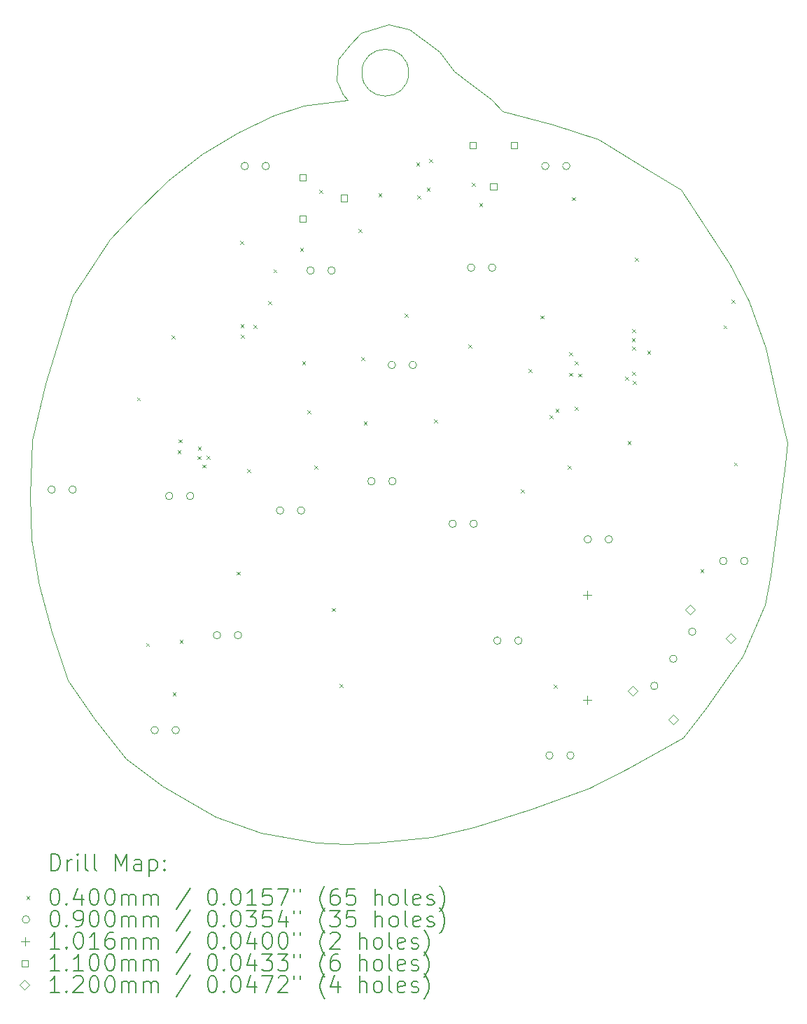
<source format=gbr>
%TF.GenerationSoftware,KiCad,Pcbnew,6.0.8*%
%TF.CreationDate,2022-10-09T16:34:12-07:00*%
%TF.ProjectId,dcpunks31,64637075-6e6b-4733-9331-2e6b69636164,rev?*%
%TF.SameCoordinates,Original*%
%TF.FileFunction,Drillmap*%
%TF.FilePolarity,Positive*%
%FSLAX45Y45*%
G04 Gerber Fmt 4.5, Leading zero omitted, Abs format (unit mm)*
G04 Created by KiCad (PCBNEW 6.0.8) date 2022-10-09 16:34:12*
%MOMM*%
%LPD*%
G01*
G04 APERTURE LIST*
%ADD10C,0.100000*%
%ADD11C,0.200000*%
%ADD12C,0.040000*%
%ADD13C,0.090000*%
%ADD14C,0.101600*%
%ADD15C,0.110000*%
%ADD16C,0.120000*%
G04 APERTURE END LIST*
D10*
X14655000Y-4846000D02*
X14592000Y-4798000D01*
X10963000Y-6800000D02*
X10673000Y-7119000D01*
X13885000Y-14411000D02*
X14562000Y-14351000D01*
X14592000Y-4798000D02*
X14295000Y-4575000D01*
X9812000Y-11296000D02*
X9965000Y-11869000D01*
X15287000Y-5419000D02*
X15012000Y-5221000D01*
X15762000Y-14012000D02*
X16470000Y-13752000D01*
X16028000Y-5724000D02*
X15420000Y-5569000D01*
X12651000Y-5621000D02*
X12223000Y-5821000D01*
X9965000Y-11869000D02*
X10162000Y-12451000D01*
X11375000Y-6407000D02*
X10963000Y-6800000D01*
X13018000Y-5501000D02*
X12651000Y-5621000D01*
X14562000Y-14351000D02*
X15075000Y-14228000D01*
X18836000Y-9836000D02*
X18862000Y-9584000D01*
X14042000Y-4519000D02*
X13707000Y-4616000D01*
X17600000Y-13142000D02*
X17784000Y-12917000D01*
X10218000Y-7792000D02*
X10126000Y-8092000D01*
X14834000Y-5085000D02*
X14655000Y-4846000D01*
X10343000Y-7609000D02*
X10218000Y-7792000D01*
X13415000Y-5196000D02*
X13484000Y-5365000D01*
X18605000Y-8427000D02*
X18401000Y-7860000D01*
X10162000Y-12451000D02*
X10480000Y-12919000D01*
X15012000Y-5221000D02*
X14834000Y-5085000D01*
X9703000Y-10216000D02*
X9718000Y-10752000D01*
X10126000Y-8092000D02*
X9892000Y-8859000D01*
X12498000Y-14299000D02*
X13170000Y-14413000D01*
X9733000Y-9546000D02*
X9703000Y-10216000D01*
X14295000Y-4575000D02*
X14042000Y-4519000D01*
X18401000Y-7860000D02*
X18173000Y-7420000D01*
X16576000Y-5906000D02*
X16028000Y-5724000D01*
X15075000Y-14228000D02*
X15762000Y-14012000D01*
X17890000Y-12775000D02*
X18184000Y-12345000D01*
X13432000Y-4938000D02*
X13415000Y-5196000D01*
X18665000Y-11184000D02*
X18836000Y-9836000D01*
X13576000Y-4762000D02*
X13432000Y-4938000D01*
X9892000Y-8859000D02*
X9733000Y-9546000D01*
X17578000Y-6518000D02*
X17196000Y-6291000D01*
X18596000Y-11540000D02*
X18665000Y-11184000D01*
X11785000Y-6082000D02*
X11375000Y-6407000D01*
X13707000Y-4616000D02*
X13576000Y-4762000D01*
X18862000Y-9584000D02*
X18766000Y-9157000D01*
X18184000Y-12345000D02*
X18319000Y-12165000D01*
X9718000Y-10752000D02*
X9812000Y-11296000D01*
X13544000Y-5432000D02*
X13479000Y-5443000D01*
X11304000Y-13726000D02*
X11944000Y-14104000D01*
X16932000Y-13518000D02*
X17600000Y-13142000D01*
X15420000Y-5569000D02*
X15287000Y-5419000D01*
X13170000Y-14413000D02*
X13529000Y-14435000D01*
X17784000Y-12917000D02*
X17890000Y-12775000D01*
X11944000Y-14104000D02*
X12498000Y-14299000D01*
X18173000Y-7420000D02*
X17578000Y-6518000D01*
X18319000Y-12165000D02*
X18596000Y-11540000D01*
X10480000Y-12919000D02*
X10864000Y-13395000D01*
X17196000Y-6291000D02*
X16576000Y-5906000D01*
X10673000Y-7119000D02*
X10343000Y-7609000D01*
X18766000Y-9157000D02*
X18605000Y-8427000D01*
X10864000Y-13395000D02*
X11304000Y-13726000D01*
X13479000Y-5443000D02*
X13018000Y-5501000D01*
X14282843Y-5100000D02*
G75*
G03*
X14282843Y-5100000I-282843J0D01*
G01*
X16470000Y-13752000D02*
X16932000Y-13518000D01*
X13529000Y-14435000D02*
X13885000Y-14411000D01*
X13484000Y-5365000D02*
X13544000Y-5432000D01*
X12223000Y-5821000D02*
X11785000Y-6082000D01*
D11*
D12*
X10997000Y-9027000D02*
X11037000Y-9067000D01*
X11037000Y-9027000D02*
X10997000Y-9067000D01*
X11105550Y-11999000D02*
X11145550Y-12039000D01*
X11145550Y-11999000D02*
X11105550Y-12039000D01*
X11416000Y-8275000D02*
X11456000Y-8315000D01*
X11456000Y-8275000D02*
X11416000Y-8315000D01*
X11427000Y-12598000D02*
X11467000Y-12638000D01*
X11467000Y-12598000D02*
X11427000Y-12638000D01*
X11486286Y-9663286D02*
X11526286Y-9703286D01*
X11526286Y-9663286D02*
X11486286Y-9703286D01*
X11500000Y-9534000D02*
X11540000Y-9574000D01*
X11540000Y-9534000D02*
X11500000Y-9574000D01*
X11512000Y-11958000D02*
X11552000Y-11998000D01*
X11552000Y-11958000D02*
X11512000Y-11998000D01*
X11727000Y-9737000D02*
X11767000Y-9777000D01*
X11767000Y-9737000D02*
X11727000Y-9777000D01*
X11733567Y-9626559D02*
X11773567Y-9666559D01*
X11773567Y-9626559D02*
X11733567Y-9666559D01*
X11786563Y-9840550D02*
X11826563Y-9880550D01*
X11826563Y-9840550D02*
X11786563Y-9880550D01*
X11838036Y-9735036D02*
X11878036Y-9775036D01*
X11878036Y-9735036D02*
X11838036Y-9775036D01*
X12200000Y-11136000D02*
X12240000Y-11176000D01*
X12240000Y-11136000D02*
X12200000Y-11176000D01*
X12247000Y-7134000D02*
X12287000Y-7174000D01*
X12287000Y-7134000D02*
X12247000Y-7174000D01*
X12250000Y-8145000D02*
X12290000Y-8185000D01*
X12290000Y-8145000D02*
X12250000Y-8185000D01*
X12256000Y-8271000D02*
X12296000Y-8311000D01*
X12296000Y-8271000D02*
X12256000Y-8311000D01*
X12329000Y-9895000D02*
X12369000Y-9935000D01*
X12369000Y-9895000D02*
X12329000Y-9935000D01*
X12402950Y-8153000D02*
X12442950Y-8193000D01*
X12442950Y-8153000D02*
X12402950Y-8193000D01*
X12585000Y-7862000D02*
X12625000Y-7902000D01*
X12625000Y-7862000D02*
X12585000Y-7902000D01*
X12648000Y-7477000D02*
X12688000Y-7517000D01*
X12688000Y-7477000D02*
X12648000Y-7517000D01*
X12969000Y-7220000D02*
X13009000Y-7260000D01*
X13009000Y-7220000D02*
X12969000Y-7260000D01*
X12993000Y-8591000D02*
X13033000Y-8631000D01*
X13033000Y-8591000D02*
X12993000Y-8631000D01*
X13057000Y-9186000D02*
X13097000Y-9226000D01*
X13097000Y-9186000D02*
X13057000Y-9226000D01*
X13145000Y-9850000D02*
X13185000Y-9890000D01*
X13185000Y-9850000D02*
X13145000Y-9890000D01*
X13202000Y-6517000D02*
X13242000Y-6557000D01*
X13242000Y-6517000D02*
X13202000Y-6557000D01*
X13351000Y-11575000D02*
X13391000Y-11615000D01*
X13391000Y-11575000D02*
X13351000Y-11615000D01*
X13449000Y-12496000D02*
X13489000Y-12536000D01*
X13489000Y-12496000D02*
X13449000Y-12536000D01*
X13677000Y-6991000D02*
X13717000Y-7031000D01*
X13717000Y-6991000D02*
X13677000Y-7031000D01*
X13708000Y-8540000D02*
X13748000Y-8580000D01*
X13748000Y-8540000D02*
X13708000Y-8580000D01*
X13740000Y-9319000D02*
X13780000Y-9359000D01*
X13780000Y-9319000D02*
X13740000Y-9359000D01*
X13918000Y-6558000D02*
X13958000Y-6598000D01*
X13958000Y-6558000D02*
X13918000Y-6598000D01*
X14236000Y-8015000D02*
X14276000Y-8055000D01*
X14276000Y-8015000D02*
X14236000Y-8055000D01*
X14374000Y-6187000D02*
X14414000Y-6227000D01*
X14414000Y-6187000D02*
X14374000Y-6227000D01*
X14385000Y-6586000D02*
X14425000Y-6626000D01*
X14425000Y-6586000D02*
X14385000Y-6626000D01*
X14501000Y-6492000D02*
X14541000Y-6532000D01*
X14541000Y-6492000D02*
X14501000Y-6532000D01*
X14529000Y-6145000D02*
X14569000Y-6185000D01*
X14569000Y-6145000D02*
X14529000Y-6185000D01*
X14588000Y-9293000D02*
X14628000Y-9333000D01*
X14628000Y-9293000D02*
X14588000Y-9333000D01*
X15006000Y-8388000D02*
X15046000Y-8428000D01*
X15046000Y-8388000D02*
X15006000Y-8428000D01*
X15045000Y-6433000D02*
X15085000Y-6473000D01*
X15085000Y-6433000D02*
X15045000Y-6473000D01*
X15136000Y-6678000D02*
X15176000Y-6718000D01*
X15176000Y-6678000D02*
X15136000Y-6718000D01*
X15639000Y-10142000D02*
X15679000Y-10182000D01*
X15679000Y-10142000D02*
X15639000Y-10182000D01*
X15734000Y-8681000D02*
X15774000Y-8721000D01*
X15774000Y-8681000D02*
X15734000Y-8721000D01*
X15876000Y-8036000D02*
X15916000Y-8076000D01*
X15916000Y-8036000D02*
X15876000Y-8076000D01*
X15984813Y-9242813D02*
X16024813Y-9282813D01*
X16024813Y-9242813D02*
X15984813Y-9282813D01*
X16038000Y-12501000D02*
X16078000Y-12541000D01*
X16078000Y-12501000D02*
X16038000Y-12541000D01*
X16058313Y-9169313D02*
X16098313Y-9209313D01*
X16098313Y-9169313D02*
X16058313Y-9209313D01*
X16209000Y-9850000D02*
X16249000Y-9890000D01*
X16249000Y-9850000D02*
X16209000Y-9890000D01*
X16223700Y-8478000D02*
X16263700Y-8518000D01*
X16263700Y-8478000D02*
X16223700Y-8518000D01*
X16223700Y-8731473D02*
X16263700Y-8771473D01*
X16263700Y-8731473D02*
X16223700Y-8771473D01*
X16255000Y-6605000D02*
X16295000Y-6645000D01*
X16295000Y-6605000D02*
X16255000Y-6645000D01*
X16293687Y-9141687D02*
X16333687Y-9181687D01*
X16333687Y-9141687D02*
X16293687Y-9181687D01*
X16294000Y-8593000D02*
X16334000Y-8633000D01*
X16334000Y-8593000D02*
X16294000Y-8633000D01*
X16335466Y-8739365D02*
X16375466Y-8779365D01*
X16375466Y-8739365D02*
X16335466Y-8779365D01*
X16901647Y-8779550D02*
X16941647Y-8819550D01*
X16941647Y-8779550D02*
X16901647Y-8819550D01*
X16930000Y-9559000D02*
X16970000Y-9599000D01*
X16970000Y-9559000D02*
X16930000Y-9599000D01*
X16981000Y-8314000D02*
X17021000Y-8354000D01*
X17021000Y-8314000D02*
X16981000Y-8354000D01*
X16983841Y-8720940D02*
X17023841Y-8760940D01*
X17023841Y-8720940D02*
X16983841Y-8760940D01*
X16985563Y-8415563D02*
X17025563Y-8455563D01*
X17025563Y-8415563D02*
X16985563Y-8455563D01*
X16988356Y-8202769D02*
X17028356Y-8242769D01*
X17028356Y-8202769D02*
X16988356Y-8242769D01*
X16997000Y-8829550D02*
X17037000Y-8869550D01*
X17037000Y-8829550D02*
X16997000Y-8869550D01*
X17022000Y-7337000D02*
X17062000Y-7377000D01*
X17062000Y-7337000D02*
X17022000Y-7377000D01*
X17168000Y-8466000D02*
X17208000Y-8506000D01*
X17208000Y-8466000D02*
X17168000Y-8506000D01*
X17812000Y-11106000D02*
X17852000Y-11146000D01*
X17852000Y-11106000D02*
X17812000Y-11146000D01*
X18091000Y-8154000D02*
X18131000Y-8194000D01*
X18131000Y-8154000D02*
X18091000Y-8194000D01*
X18190000Y-7843000D02*
X18230000Y-7883000D01*
X18230000Y-7843000D02*
X18190000Y-7883000D01*
X18219000Y-9815000D02*
X18259000Y-9855000D01*
X18259000Y-9815000D02*
X18219000Y-9855000D01*
D13*
X10008500Y-10143000D02*
G75*
G03*
X10008500Y-10143000I-45000J0D01*
G01*
X10262500Y-10143000D02*
G75*
G03*
X10262500Y-10143000I-45000J0D01*
G01*
X11255500Y-13053000D02*
G75*
G03*
X11255500Y-13053000I-45000J0D01*
G01*
X11430500Y-10220000D02*
G75*
G03*
X11430500Y-10220000I-45000J0D01*
G01*
X11509500Y-13053000D02*
G75*
G03*
X11509500Y-13053000I-45000J0D01*
G01*
X11684500Y-10220000D02*
G75*
G03*
X11684500Y-10220000I-45000J0D01*
G01*
X12009500Y-11904000D02*
G75*
G03*
X12009500Y-11904000I-45000J0D01*
G01*
X12263500Y-11904000D02*
G75*
G03*
X12263500Y-11904000I-45000J0D01*
G01*
X12345500Y-6229000D02*
G75*
G03*
X12345500Y-6229000I-45000J0D01*
G01*
X12599500Y-6229000D02*
G75*
G03*
X12599500Y-6229000I-45000J0D01*
G01*
X12772000Y-10395000D02*
G75*
G03*
X12772000Y-10395000I-45000J0D01*
G01*
X13026000Y-10395000D02*
G75*
G03*
X13026000Y-10395000I-45000J0D01*
G01*
X13140500Y-7493000D02*
G75*
G03*
X13140500Y-7493000I-45000J0D01*
G01*
X13394500Y-7493000D02*
G75*
G03*
X13394500Y-7493000I-45000J0D01*
G01*
X13877000Y-10042000D02*
G75*
G03*
X13877000Y-10042000I-45000J0D01*
G01*
X14124500Y-8635000D02*
G75*
G03*
X14124500Y-8635000I-45000J0D01*
G01*
X14131000Y-10042000D02*
G75*
G03*
X14131000Y-10042000I-45000J0D01*
G01*
X14378500Y-8635000D02*
G75*
G03*
X14378500Y-8635000I-45000J0D01*
G01*
X14860500Y-10556000D02*
G75*
G03*
X14860500Y-10556000I-45000J0D01*
G01*
X15083500Y-7458000D02*
G75*
G03*
X15083500Y-7458000I-45000J0D01*
G01*
X15114500Y-10556000D02*
G75*
G03*
X15114500Y-10556000I-45000J0D01*
G01*
X15337500Y-7458000D02*
G75*
G03*
X15337500Y-7458000I-45000J0D01*
G01*
X15400500Y-11970000D02*
G75*
G03*
X15400500Y-11970000I-45000J0D01*
G01*
X15654500Y-11970000D02*
G75*
G03*
X15654500Y-11970000I-45000J0D01*
G01*
X15980500Y-6229000D02*
G75*
G03*
X15980500Y-6229000I-45000J0D01*
G01*
X16031000Y-13359000D02*
G75*
G03*
X16031000Y-13359000I-45000J0D01*
G01*
X16234500Y-6229000D02*
G75*
G03*
X16234500Y-6229000I-45000J0D01*
G01*
X16285000Y-13359000D02*
G75*
G03*
X16285000Y-13359000I-45000J0D01*
G01*
X16494500Y-10745000D02*
G75*
G03*
X16494500Y-10745000I-45000J0D01*
G01*
X16748500Y-10745000D02*
G75*
G03*
X16748500Y-10745000I-45000J0D01*
G01*
X17299139Y-12517322D02*
G75*
G03*
X17299139Y-12517322I-45000J0D01*
G01*
X17528569Y-12189661D02*
G75*
G03*
X17528569Y-12189661I-45000J0D01*
G01*
X17758000Y-11862000D02*
G75*
G03*
X17758000Y-11862000I-45000J0D01*
G01*
X18134500Y-11007000D02*
G75*
G03*
X18134500Y-11007000I-45000J0D01*
G01*
X18388500Y-11007000D02*
G75*
G03*
X18388500Y-11007000I-45000J0D01*
G01*
D14*
X16444500Y-11364200D02*
X16444500Y-11465800D01*
X16393700Y-11415000D02*
X16495300Y-11415000D01*
X16444500Y-12634200D02*
X16444500Y-12735800D01*
X16393700Y-12685000D02*
X16495300Y-12685000D01*
D15*
X13039891Y-6405891D02*
X13039891Y-6328109D01*
X12962109Y-6328109D01*
X12962109Y-6405891D01*
X13039891Y-6405891D01*
X13039891Y-6905891D02*
X13039891Y-6828109D01*
X12962109Y-6828109D01*
X12962109Y-6905891D01*
X13039891Y-6905891D01*
X13539891Y-6655891D02*
X13539891Y-6578109D01*
X13462109Y-6578109D01*
X13462109Y-6655891D01*
X13539891Y-6655891D01*
X15097891Y-6017891D02*
X15097891Y-5940109D01*
X15020109Y-5940109D01*
X15020109Y-6017891D01*
X15097891Y-6017891D01*
X15347891Y-6517891D02*
X15347891Y-6440109D01*
X15270109Y-6440109D01*
X15270109Y-6517891D01*
X15347891Y-6517891D01*
X15597891Y-6017891D02*
X15597891Y-5940109D01*
X15520109Y-5940109D01*
X15520109Y-6017891D01*
X15597891Y-6017891D01*
D16*
X16996072Y-12640776D02*
X17056072Y-12580776D01*
X16996072Y-12520776D01*
X16936072Y-12580776D01*
X16996072Y-12640776D01*
X17487563Y-12984922D02*
X17547563Y-12924922D01*
X17487563Y-12864922D01*
X17427563Y-12924922D01*
X17487563Y-12984922D01*
X17684364Y-11657794D02*
X17744364Y-11597794D01*
X17684364Y-11537794D01*
X17624364Y-11597794D01*
X17684364Y-11657794D01*
X18175855Y-12001940D02*
X18235855Y-11941940D01*
X18175855Y-11881940D01*
X18115855Y-11941940D01*
X18175855Y-12001940D01*
D11*
X9955619Y-14750476D02*
X9955619Y-14550476D01*
X10003238Y-14550476D01*
X10031810Y-14560000D01*
X10050857Y-14579048D01*
X10060381Y-14598095D01*
X10069905Y-14636190D01*
X10069905Y-14664762D01*
X10060381Y-14702857D01*
X10050857Y-14721905D01*
X10031810Y-14740952D01*
X10003238Y-14750476D01*
X9955619Y-14750476D01*
X10155619Y-14750476D02*
X10155619Y-14617143D01*
X10155619Y-14655238D02*
X10165143Y-14636190D01*
X10174667Y-14626667D01*
X10193714Y-14617143D01*
X10212762Y-14617143D01*
X10279429Y-14750476D02*
X10279429Y-14617143D01*
X10279429Y-14550476D02*
X10269905Y-14560000D01*
X10279429Y-14569524D01*
X10288952Y-14560000D01*
X10279429Y-14550476D01*
X10279429Y-14569524D01*
X10403238Y-14750476D02*
X10384190Y-14740952D01*
X10374667Y-14721905D01*
X10374667Y-14550476D01*
X10508000Y-14750476D02*
X10488952Y-14740952D01*
X10479429Y-14721905D01*
X10479429Y-14550476D01*
X10736571Y-14750476D02*
X10736571Y-14550476D01*
X10803238Y-14693333D01*
X10869905Y-14550476D01*
X10869905Y-14750476D01*
X11050857Y-14750476D02*
X11050857Y-14645714D01*
X11041333Y-14626667D01*
X11022286Y-14617143D01*
X10984190Y-14617143D01*
X10965143Y-14626667D01*
X11050857Y-14740952D02*
X11031810Y-14750476D01*
X10984190Y-14750476D01*
X10965143Y-14740952D01*
X10955619Y-14721905D01*
X10955619Y-14702857D01*
X10965143Y-14683809D01*
X10984190Y-14674286D01*
X11031810Y-14674286D01*
X11050857Y-14664762D01*
X11146095Y-14617143D02*
X11146095Y-14817143D01*
X11146095Y-14626667D02*
X11165143Y-14617143D01*
X11203238Y-14617143D01*
X11222286Y-14626667D01*
X11231809Y-14636190D01*
X11241333Y-14655238D01*
X11241333Y-14712381D01*
X11231809Y-14731428D01*
X11222286Y-14740952D01*
X11203238Y-14750476D01*
X11165143Y-14750476D01*
X11146095Y-14740952D01*
X11327048Y-14731428D02*
X11336571Y-14740952D01*
X11327048Y-14750476D01*
X11317524Y-14740952D01*
X11327048Y-14731428D01*
X11327048Y-14750476D01*
X11327048Y-14626667D02*
X11336571Y-14636190D01*
X11327048Y-14645714D01*
X11317524Y-14636190D01*
X11327048Y-14626667D01*
X11327048Y-14645714D01*
D12*
X9658000Y-15060000D02*
X9698000Y-15100000D01*
X9698000Y-15060000D02*
X9658000Y-15100000D01*
D11*
X9993714Y-14970476D02*
X10012762Y-14970476D01*
X10031810Y-14980000D01*
X10041333Y-14989524D01*
X10050857Y-15008571D01*
X10060381Y-15046667D01*
X10060381Y-15094286D01*
X10050857Y-15132381D01*
X10041333Y-15151428D01*
X10031810Y-15160952D01*
X10012762Y-15170476D01*
X9993714Y-15170476D01*
X9974667Y-15160952D01*
X9965143Y-15151428D01*
X9955619Y-15132381D01*
X9946095Y-15094286D01*
X9946095Y-15046667D01*
X9955619Y-15008571D01*
X9965143Y-14989524D01*
X9974667Y-14980000D01*
X9993714Y-14970476D01*
X10146095Y-15151428D02*
X10155619Y-15160952D01*
X10146095Y-15170476D01*
X10136571Y-15160952D01*
X10146095Y-15151428D01*
X10146095Y-15170476D01*
X10327048Y-15037143D02*
X10327048Y-15170476D01*
X10279429Y-14960952D02*
X10231810Y-15103809D01*
X10355619Y-15103809D01*
X10469905Y-14970476D02*
X10488952Y-14970476D01*
X10508000Y-14980000D01*
X10517524Y-14989524D01*
X10527048Y-15008571D01*
X10536571Y-15046667D01*
X10536571Y-15094286D01*
X10527048Y-15132381D01*
X10517524Y-15151428D01*
X10508000Y-15160952D01*
X10488952Y-15170476D01*
X10469905Y-15170476D01*
X10450857Y-15160952D01*
X10441333Y-15151428D01*
X10431810Y-15132381D01*
X10422286Y-15094286D01*
X10422286Y-15046667D01*
X10431810Y-15008571D01*
X10441333Y-14989524D01*
X10450857Y-14980000D01*
X10469905Y-14970476D01*
X10660381Y-14970476D02*
X10679429Y-14970476D01*
X10698476Y-14980000D01*
X10708000Y-14989524D01*
X10717524Y-15008571D01*
X10727048Y-15046667D01*
X10727048Y-15094286D01*
X10717524Y-15132381D01*
X10708000Y-15151428D01*
X10698476Y-15160952D01*
X10679429Y-15170476D01*
X10660381Y-15170476D01*
X10641333Y-15160952D01*
X10631810Y-15151428D01*
X10622286Y-15132381D01*
X10612762Y-15094286D01*
X10612762Y-15046667D01*
X10622286Y-15008571D01*
X10631810Y-14989524D01*
X10641333Y-14980000D01*
X10660381Y-14970476D01*
X10812762Y-15170476D02*
X10812762Y-15037143D01*
X10812762Y-15056190D02*
X10822286Y-15046667D01*
X10841333Y-15037143D01*
X10869905Y-15037143D01*
X10888952Y-15046667D01*
X10898476Y-15065714D01*
X10898476Y-15170476D01*
X10898476Y-15065714D02*
X10908000Y-15046667D01*
X10927048Y-15037143D01*
X10955619Y-15037143D01*
X10974667Y-15046667D01*
X10984190Y-15065714D01*
X10984190Y-15170476D01*
X11079429Y-15170476D02*
X11079429Y-15037143D01*
X11079429Y-15056190D02*
X11088952Y-15046667D01*
X11108000Y-15037143D01*
X11136571Y-15037143D01*
X11155619Y-15046667D01*
X11165143Y-15065714D01*
X11165143Y-15170476D01*
X11165143Y-15065714D02*
X11174667Y-15046667D01*
X11193714Y-15037143D01*
X11222286Y-15037143D01*
X11241333Y-15046667D01*
X11250857Y-15065714D01*
X11250857Y-15170476D01*
X11641333Y-14960952D02*
X11469905Y-15218095D01*
X11898476Y-14970476D02*
X11917524Y-14970476D01*
X11936571Y-14980000D01*
X11946095Y-14989524D01*
X11955619Y-15008571D01*
X11965143Y-15046667D01*
X11965143Y-15094286D01*
X11955619Y-15132381D01*
X11946095Y-15151428D01*
X11936571Y-15160952D01*
X11917524Y-15170476D01*
X11898476Y-15170476D01*
X11879428Y-15160952D01*
X11869905Y-15151428D01*
X11860381Y-15132381D01*
X11850857Y-15094286D01*
X11850857Y-15046667D01*
X11860381Y-15008571D01*
X11869905Y-14989524D01*
X11879428Y-14980000D01*
X11898476Y-14970476D01*
X12050857Y-15151428D02*
X12060381Y-15160952D01*
X12050857Y-15170476D01*
X12041333Y-15160952D01*
X12050857Y-15151428D01*
X12050857Y-15170476D01*
X12184190Y-14970476D02*
X12203238Y-14970476D01*
X12222286Y-14980000D01*
X12231809Y-14989524D01*
X12241333Y-15008571D01*
X12250857Y-15046667D01*
X12250857Y-15094286D01*
X12241333Y-15132381D01*
X12231809Y-15151428D01*
X12222286Y-15160952D01*
X12203238Y-15170476D01*
X12184190Y-15170476D01*
X12165143Y-15160952D01*
X12155619Y-15151428D01*
X12146095Y-15132381D01*
X12136571Y-15094286D01*
X12136571Y-15046667D01*
X12146095Y-15008571D01*
X12155619Y-14989524D01*
X12165143Y-14980000D01*
X12184190Y-14970476D01*
X12441333Y-15170476D02*
X12327048Y-15170476D01*
X12384190Y-15170476D02*
X12384190Y-14970476D01*
X12365143Y-14999048D01*
X12346095Y-15018095D01*
X12327048Y-15027619D01*
X12622286Y-14970476D02*
X12527048Y-14970476D01*
X12517524Y-15065714D01*
X12527048Y-15056190D01*
X12546095Y-15046667D01*
X12593714Y-15046667D01*
X12612762Y-15056190D01*
X12622286Y-15065714D01*
X12631809Y-15084762D01*
X12631809Y-15132381D01*
X12622286Y-15151428D01*
X12612762Y-15160952D01*
X12593714Y-15170476D01*
X12546095Y-15170476D01*
X12527048Y-15160952D01*
X12517524Y-15151428D01*
X12698476Y-14970476D02*
X12831809Y-14970476D01*
X12746095Y-15170476D01*
X12898476Y-14970476D02*
X12898476Y-15008571D01*
X12974667Y-14970476D02*
X12974667Y-15008571D01*
X13269905Y-15246667D02*
X13260381Y-15237143D01*
X13241333Y-15208571D01*
X13231809Y-15189524D01*
X13222286Y-15160952D01*
X13212762Y-15113333D01*
X13212762Y-15075238D01*
X13222286Y-15027619D01*
X13231809Y-14999048D01*
X13241333Y-14980000D01*
X13260381Y-14951428D01*
X13269905Y-14941905D01*
X13431809Y-14970476D02*
X13393714Y-14970476D01*
X13374667Y-14980000D01*
X13365143Y-14989524D01*
X13346095Y-15018095D01*
X13336571Y-15056190D01*
X13336571Y-15132381D01*
X13346095Y-15151428D01*
X13355619Y-15160952D01*
X13374667Y-15170476D01*
X13412762Y-15170476D01*
X13431809Y-15160952D01*
X13441333Y-15151428D01*
X13450857Y-15132381D01*
X13450857Y-15084762D01*
X13441333Y-15065714D01*
X13431809Y-15056190D01*
X13412762Y-15046667D01*
X13374667Y-15046667D01*
X13355619Y-15056190D01*
X13346095Y-15065714D01*
X13336571Y-15084762D01*
X13631809Y-14970476D02*
X13536571Y-14970476D01*
X13527048Y-15065714D01*
X13536571Y-15056190D01*
X13555619Y-15046667D01*
X13603238Y-15046667D01*
X13622286Y-15056190D01*
X13631809Y-15065714D01*
X13641333Y-15084762D01*
X13641333Y-15132381D01*
X13631809Y-15151428D01*
X13622286Y-15160952D01*
X13603238Y-15170476D01*
X13555619Y-15170476D01*
X13536571Y-15160952D01*
X13527048Y-15151428D01*
X13879428Y-15170476D02*
X13879428Y-14970476D01*
X13965143Y-15170476D02*
X13965143Y-15065714D01*
X13955619Y-15046667D01*
X13936571Y-15037143D01*
X13908000Y-15037143D01*
X13888952Y-15046667D01*
X13879428Y-15056190D01*
X14088952Y-15170476D02*
X14069905Y-15160952D01*
X14060381Y-15151428D01*
X14050857Y-15132381D01*
X14050857Y-15075238D01*
X14060381Y-15056190D01*
X14069905Y-15046667D01*
X14088952Y-15037143D01*
X14117524Y-15037143D01*
X14136571Y-15046667D01*
X14146095Y-15056190D01*
X14155619Y-15075238D01*
X14155619Y-15132381D01*
X14146095Y-15151428D01*
X14136571Y-15160952D01*
X14117524Y-15170476D01*
X14088952Y-15170476D01*
X14269905Y-15170476D02*
X14250857Y-15160952D01*
X14241333Y-15141905D01*
X14241333Y-14970476D01*
X14422286Y-15160952D02*
X14403238Y-15170476D01*
X14365143Y-15170476D01*
X14346095Y-15160952D01*
X14336571Y-15141905D01*
X14336571Y-15065714D01*
X14346095Y-15046667D01*
X14365143Y-15037143D01*
X14403238Y-15037143D01*
X14422286Y-15046667D01*
X14431809Y-15065714D01*
X14431809Y-15084762D01*
X14336571Y-15103809D01*
X14508000Y-15160952D02*
X14527048Y-15170476D01*
X14565143Y-15170476D01*
X14584190Y-15160952D01*
X14593714Y-15141905D01*
X14593714Y-15132381D01*
X14584190Y-15113333D01*
X14565143Y-15103809D01*
X14536571Y-15103809D01*
X14517524Y-15094286D01*
X14508000Y-15075238D01*
X14508000Y-15065714D01*
X14517524Y-15046667D01*
X14536571Y-15037143D01*
X14565143Y-15037143D01*
X14584190Y-15046667D01*
X14660381Y-15246667D02*
X14669905Y-15237143D01*
X14688952Y-15208571D01*
X14698476Y-15189524D01*
X14708000Y-15160952D01*
X14717524Y-15113333D01*
X14717524Y-15075238D01*
X14708000Y-15027619D01*
X14698476Y-14999048D01*
X14688952Y-14980000D01*
X14669905Y-14951428D01*
X14660381Y-14941905D01*
D13*
X9698000Y-15344000D02*
G75*
G03*
X9698000Y-15344000I-45000J0D01*
G01*
D11*
X9993714Y-15234476D02*
X10012762Y-15234476D01*
X10031810Y-15244000D01*
X10041333Y-15253524D01*
X10050857Y-15272571D01*
X10060381Y-15310667D01*
X10060381Y-15358286D01*
X10050857Y-15396381D01*
X10041333Y-15415428D01*
X10031810Y-15424952D01*
X10012762Y-15434476D01*
X9993714Y-15434476D01*
X9974667Y-15424952D01*
X9965143Y-15415428D01*
X9955619Y-15396381D01*
X9946095Y-15358286D01*
X9946095Y-15310667D01*
X9955619Y-15272571D01*
X9965143Y-15253524D01*
X9974667Y-15244000D01*
X9993714Y-15234476D01*
X10146095Y-15415428D02*
X10155619Y-15424952D01*
X10146095Y-15434476D01*
X10136571Y-15424952D01*
X10146095Y-15415428D01*
X10146095Y-15434476D01*
X10250857Y-15434476D02*
X10288952Y-15434476D01*
X10308000Y-15424952D01*
X10317524Y-15415428D01*
X10336571Y-15386857D01*
X10346095Y-15348762D01*
X10346095Y-15272571D01*
X10336571Y-15253524D01*
X10327048Y-15244000D01*
X10308000Y-15234476D01*
X10269905Y-15234476D01*
X10250857Y-15244000D01*
X10241333Y-15253524D01*
X10231810Y-15272571D01*
X10231810Y-15320190D01*
X10241333Y-15339238D01*
X10250857Y-15348762D01*
X10269905Y-15358286D01*
X10308000Y-15358286D01*
X10327048Y-15348762D01*
X10336571Y-15339238D01*
X10346095Y-15320190D01*
X10469905Y-15234476D02*
X10488952Y-15234476D01*
X10508000Y-15244000D01*
X10517524Y-15253524D01*
X10527048Y-15272571D01*
X10536571Y-15310667D01*
X10536571Y-15358286D01*
X10527048Y-15396381D01*
X10517524Y-15415428D01*
X10508000Y-15424952D01*
X10488952Y-15434476D01*
X10469905Y-15434476D01*
X10450857Y-15424952D01*
X10441333Y-15415428D01*
X10431810Y-15396381D01*
X10422286Y-15358286D01*
X10422286Y-15310667D01*
X10431810Y-15272571D01*
X10441333Y-15253524D01*
X10450857Y-15244000D01*
X10469905Y-15234476D01*
X10660381Y-15234476D02*
X10679429Y-15234476D01*
X10698476Y-15244000D01*
X10708000Y-15253524D01*
X10717524Y-15272571D01*
X10727048Y-15310667D01*
X10727048Y-15358286D01*
X10717524Y-15396381D01*
X10708000Y-15415428D01*
X10698476Y-15424952D01*
X10679429Y-15434476D01*
X10660381Y-15434476D01*
X10641333Y-15424952D01*
X10631810Y-15415428D01*
X10622286Y-15396381D01*
X10612762Y-15358286D01*
X10612762Y-15310667D01*
X10622286Y-15272571D01*
X10631810Y-15253524D01*
X10641333Y-15244000D01*
X10660381Y-15234476D01*
X10812762Y-15434476D02*
X10812762Y-15301143D01*
X10812762Y-15320190D02*
X10822286Y-15310667D01*
X10841333Y-15301143D01*
X10869905Y-15301143D01*
X10888952Y-15310667D01*
X10898476Y-15329714D01*
X10898476Y-15434476D01*
X10898476Y-15329714D02*
X10908000Y-15310667D01*
X10927048Y-15301143D01*
X10955619Y-15301143D01*
X10974667Y-15310667D01*
X10984190Y-15329714D01*
X10984190Y-15434476D01*
X11079429Y-15434476D02*
X11079429Y-15301143D01*
X11079429Y-15320190D02*
X11088952Y-15310667D01*
X11108000Y-15301143D01*
X11136571Y-15301143D01*
X11155619Y-15310667D01*
X11165143Y-15329714D01*
X11165143Y-15434476D01*
X11165143Y-15329714D02*
X11174667Y-15310667D01*
X11193714Y-15301143D01*
X11222286Y-15301143D01*
X11241333Y-15310667D01*
X11250857Y-15329714D01*
X11250857Y-15434476D01*
X11641333Y-15224952D02*
X11469905Y-15482095D01*
X11898476Y-15234476D02*
X11917524Y-15234476D01*
X11936571Y-15244000D01*
X11946095Y-15253524D01*
X11955619Y-15272571D01*
X11965143Y-15310667D01*
X11965143Y-15358286D01*
X11955619Y-15396381D01*
X11946095Y-15415428D01*
X11936571Y-15424952D01*
X11917524Y-15434476D01*
X11898476Y-15434476D01*
X11879428Y-15424952D01*
X11869905Y-15415428D01*
X11860381Y-15396381D01*
X11850857Y-15358286D01*
X11850857Y-15310667D01*
X11860381Y-15272571D01*
X11869905Y-15253524D01*
X11879428Y-15244000D01*
X11898476Y-15234476D01*
X12050857Y-15415428D02*
X12060381Y-15424952D01*
X12050857Y-15434476D01*
X12041333Y-15424952D01*
X12050857Y-15415428D01*
X12050857Y-15434476D01*
X12184190Y-15234476D02*
X12203238Y-15234476D01*
X12222286Y-15244000D01*
X12231809Y-15253524D01*
X12241333Y-15272571D01*
X12250857Y-15310667D01*
X12250857Y-15358286D01*
X12241333Y-15396381D01*
X12231809Y-15415428D01*
X12222286Y-15424952D01*
X12203238Y-15434476D01*
X12184190Y-15434476D01*
X12165143Y-15424952D01*
X12155619Y-15415428D01*
X12146095Y-15396381D01*
X12136571Y-15358286D01*
X12136571Y-15310667D01*
X12146095Y-15272571D01*
X12155619Y-15253524D01*
X12165143Y-15244000D01*
X12184190Y-15234476D01*
X12317524Y-15234476D02*
X12441333Y-15234476D01*
X12374667Y-15310667D01*
X12403238Y-15310667D01*
X12422286Y-15320190D01*
X12431809Y-15329714D01*
X12441333Y-15348762D01*
X12441333Y-15396381D01*
X12431809Y-15415428D01*
X12422286Y-15424952D01*
X12403238Y-15434476D01*
X12346095Y-15434476D01*
X12327048Y-15424952D01*
X12317524Y-15415428D01*
X12622286Y-15234476D02*
X12527048Y-15234476D01*
X12517524Y-15329714D01*
X12527048Y-15320190D01*
X12546095Y-15310667D01*
X12593714Y-15310667D01*
X12612762Y-15320190D01*
X12622286Y-15329714D01*
X12631809Y-15348762D01*
X12631809Y-15396381D01*
X12622286Y-15415428D01*
X12612762Y-15424952D01*
X12593714Y-15434476D01*
X12546095Y-15434476D01*
X12527048Y-15424952D01*
X12517524Y-15415428D01*
X12803238Y-15301143D02*
X12803238Y-15434476D01*
X12755619Y-15224952D02*
X12708000Y-15367809D01*
X12831809Y-15367809D01*
X12898476Y-15234476D02*
X12898476Y-15272571D01*
X12974667Y-15234476D02*
X12974667Y-15272571D01*
X13269905Y-15510667D02*
X13260381Y-15501143D01*
X13241333Y-15472571D01*
X13231809Y-15453524D01*
X13222286Y-15424952D01*
X13212762Y-15377333D01*
X13212762Y-15339238D01*
X13222286Y-15291619D01*
X13231809Y-15263048D01*
X13241333Y-15244000D01*
X13260381Y-15215428D01*
X13269905Y-15205905D01*
X13327048Y-15234476D02*
X13450857Y-15234476D01*
X13384190Y-15310667D01*
X13412762Y-15310667D01*
X13431809Y-15320190D01*
X13441333Y-15329714D01*
X13450857Y-15348762D01*
X13450857Y-15396381D01*
X13441333Y-15415428D01*
X13431809Y-15424952D01*
X13412762Y-15434476D01*
X13355619Y-15434476D01*
X13336571Y-15424952D01*
X13327048Y-15415428D01*
X13631809Y-15234476D02*
X13536571Y-15234476D01*
X13527048Y-15329714D01*
X13536571Y-15320190D01*
X13555619Y-15310667D01*
X13603238Y-15310667D01*
X13622286Y-15320190D01*
X13631809Y-15329714D01*
X13641333Y-15348762D01*
X13641333Y-15396381D01*
X13631809Y-15415428D01*
X13622286Y-15424952D01*
X13603238Y-15434476D01*
X13555619Y-15434476D01*
X13536571Y-15424952D01*
X13527048Y-15415428D01*
X13879428Y-15434476D02*
X13879428Y-15234476D01*
X13965143Y-15434476D02*
X13965143Y-15329714D01*
X13955619Y-15310667D01*
X13936571Y-15301143D01*
X13908000Y-15301143D01*
X13888952Y-15310667D01*
X13879428Y-15320190D01*
X14088952Y-15434476D02*
X14069905Y-15424952D01*
X14060381Y-15415428D01*
X14050857Y-15396381D01*
X14050857Y-15339238D01*
X14060381Y-15320190D01*
X14069905Y-15310667D01*
X14088952Y-15301143D01*
X14117524Y-15301143D01*
X14136571Y-15310667D01*
X14146095Y-15320190D01*
X14155619Y-15339238D01*
X14155619Y-15396381D01*
X14146095Y-15415428D01*
X14136571Y-15424952D01*
X14117524Y-15434476D01*
X14088952Y-15434476D01*
X14269905Y-15434476D02*
X14250857Y-15424952D01*
X14241333Y-15405905D01*
X14241333Y-15234476D01*
X14422286Y-15424952D02*
X14403238Y-15434476D01*
X14365143Y-15434476D01*
X14346095Y-15424952D01*
X14336571Y-15405905D01*
X14336571Y-15329714D01*
X14346095Y-15310667D01*
X14365143Y-15301143D01*
X14403238Y-15301143D01*
X14422286Y-15310667D01*
X14431809Y-15329714D01*
X14431809Y-15348762D01*
X14336571Y-15367809D01*
X14508000Y-15424952D02*
X14527048Y-15434476D01*
X14565143Y-15434476D01*
X14584190Y-15424952D01*
X14593714Y-15405905D01*
X14593714Y-15396381D01*
X14584190Y-15377333D01*
X14565143Y-15367809D01*
X14536571Y-15367809D01*
X14517524Y-15358286D01*
X14508000Y-15339238D01*
X14508000Y-15329714D01*
X14517524Y-15310667D01*
X14536571Y-15301143D01*
X14565143Y-15301143D01*
X14584190Y-15310667D01*
X14660381Y-15510667D02*
X14669905Y-15501143D01*
X14688952Y-15472571D01*
X14698476Y-15453524D01*
X14708000Y-15424952D01*
X14717524Y-15377333D01*
X14717524Y-15339238D01*
X14708000Y-15291619D01*
X14698476Y-15263048D01*
X14688952Y-15244000D01*
X14669905Y-15215428D01*
X14660381Y-15205905D01*
D14*
X9647200Y-15557200D02*
X9647200Y-15658800D01*
X9596400Y-15608000D02*
X9698000Y-15608000D01*
D11*
X10060381Y-15698476D02*
X9946095Y-15698476D01*
X10003238Y-15698476D02*
X10003238Y-15498476D01*
X9984190Y-15527048D01*
X9965143Y-15546095D01*
X9946095Y-15555619D01*
X10146095Y-15679428D02*
X10155619Y-15688952D01*
X10146095Y-15698476D01*
X10136571Y-15688952D01*
X10146095Y-15679428D01*
X10146095Y-15698476D01*
X10279429Y-15498476D02*
X10298476Y-15498476D01*
X10317524Y-15508000D01*
X10327048Y-15517524D01*
X10336571Y-15536571D01*
X10346095Y-15574667D01*
X10346095Y-15622286D01*
X10336571Y-15660381D01*
X10327048Y-15679428D01*
X10317524Y-15688952D01*
X10298476Y-15698476D01*
X10279429Y-15698476D01*
X10260381Y-15688952D01*
X10250857Y-15679428D01*
X10241333Y-15660381D01*
X10231810Y-15622286D01*
X10231810Y-15574667D01*
X10241333Y-15536571D01*
X10250857Y-15517524D01*
X10260381Y-15508000D01*
X10279429Y-15498476D01*
X10536571Y-15698476D02*
X10422286Y-15698476D01*
X10479429Y-15698476D02*
X10479429Y-15498476D01*
X10460381Y-15527048D01*
X10441333Y-15546095D01*
X10422286Y-15555619D01*
X10708000Y-15498476D02*
X10669905Y-15498476D01*
X10650857Y-15508000D01*
X10641333Y-15517524D01*
X10622286Y-15546095D01*
X10612762Y-15584190D01*
X10612762Y-15660381D01*
X10622286Y-15679428D01*
X10631810Y-15688952D01*
X10650857Y-15698476D01*
X10688952Y-15698476D01*
X10708000Y-15688952D01*
X10717524Y-15679428D01*
X10727048Y-15660381D01*
X10727048Y-15612762D01*
X10717524Y-15593714D01*
X10708000Y-15584190D01*
X10688952Y-15574667D01*
X10650857Y-15574667D01*
X10631810Y-15584190D01*
X10622286Y-15593714D01*
X10612762Y-15612762D01*
X10812762Y-15698476D02*
X10812762Y-15565143D01*
X10812762Y-15584190D02*
X10822286Y-15574667D01*
X10841333Y-15565143D01*
X10869905Y-15565143D01*
X10888952Y-15574667D01*
X10898476Y-15593714D01*
X10898476Y-15698476D01*
X10898476Y-15593714D02*
X10908000Y-15574667D01*
X10927048Y-15565143D01*
X10955619Y-15565143D01*
X10974667Y-15574667D01*
X10984190Y-15593714D01*
X10984190Y-15698476D01*
X11079429Y-15698476D02*
X11079429Y-15565143D01*
X11079429Y-15584190D02*
X11088952Y-15574667D01*
X11108000Y-15565143D01*
X11136571Y-15565143D01*
X11155619Y-15574667D01*
X11165143Y-15593714D01*
X11165143Y-15698476D01*
X11165143Y-15593714D02*
X11174667Y-15574667D01*
X11193714Y-15565143D01*
X11222286Y-15565143D01*
X11241333Y-15574667D01*
X11250857Y-15593714D01*
X11250857Y-15698476D01*
X11641333Y-15488952D02*
X11469905Y-15746095D01*
X11898476Y-15498476D02*
X11917524Y-15498476D01*
X11936571Y-15508000D01*
X11946095Y-15517524D01*
X11955619Y-15536571D01*
X11965143Y-15574667D01*
X11965143Y-15622286D01*
X11955619Y-15660381D01*
X11946095Y-15679428D01*
X11936571Y-15688952D01*
X11917524Y-15698476D01*
X11898476Y-15698476D01*
X11879428Y-15688952D01*
X11869905Y-15679428D01*
X11860381Y-15660381D01*
X11850857Y-15622286D01*
X11850857Y-15574667D01*
X11860381Y-15536571D01*
X11869905Y-15517524D01*
X11879428Y-15508000D01*
X11898476Y-15498476D01*
X12050857Y-15679428D02*
X12060381Y-15688952D01*
X12050857Y-15698476D01*
X12041333Y-15688952D01*
X12050857Y-15679428D01*
X12050857Y-15698476D01*
X12184190Y-15498476D02*
X12203238Y-15498476D01*
X12222286Y-15508000D01*
X12231809Y-15517524D01*
X12241333Y-15536571D01*
X12250857Y-15574667D01*
X12250857Y-15622286D01*
X12241333Y-15660381D01*
X12231809Y-15679428D01*
X12222286Y-15688952D01*
X12203238Y-15698476D01*
X12184190Y-15698476D01*
X12165143Y-15688952D01*
X12155619Y-15679428D01*
X12146095Y-15660381D01*
X12136571Y-15622286D01*
X12136571Y-15574667D01*
X12146095Y-15536571D01*
X12155619Y-15517524D01*
X12165143Y-15508000D01*
X12184190Y-15498476D01*
X12422286Y-15565143D02*
X12422286Y-15698476D01*
X12374667Y-15488952D02*
X12327048Y-15631809D01*
X12450857Y-15631809D01*
X12565143Y-15498476D02*
X12584190Y-15498476D01*
X12603238Y-15508000D01*
X12612762Y-15517524D01*
X12622286Y-15536571D01*
X12631809Y-15574667D01*
X12631809Y-15622286D01*
X12622286Y-15660381D01*
X12612762Y-15679428D01*
X12603238Y-15688952D01*
X12584190Y-15698476D01*
X12565143Y-15698476D01*
X12546095Y-15688952D01*
X12536571Y-15679428D01*
X12527048Y-15660381D01*
X12517524Y-15622286D01*
X12517524Y-15574667D01*
X12527048Y-15536571D01*
X12536571Y-15517524D01*
X12546095Y-15508000D01*
X12565143Y-15498476D01*
X12755619Y-15498476D02*
X12774667Y-15498476D01*
X12793714Y-15508000D01*
X12803238Y-15517524D01*
X12812762Y-15536571D01*
X12822286Y-15574667D01*
X12822286Y-15622286D01*
X12812762Y-15660381D01*
X12803238Y-15679428D01*
X12793714Y-15688952D01*
X12774667Y-15698476D01*
X12755619Y-15698476D01*
X12736571Y-15688952D01*
X12727048Y-15679428D01*
X12717524Y-15660381D01*
X12708000Y-15622286D01*
X12708000Y-15574667D01*
X12717524Y-15536571D01*
X12727048Y-15517524D01*
X12736571Y-15508000D01*
X12755619Y-15498476D01*
X12898476Y-15498476D02*
X12898476Y-15536571D01*
X12974667Y-15498476D02*
X12974667Y-15536571D01*
X13269905Y-15774667D02*
X13260381Y-15765143D01*
X13241333Y-15736571D01*
X13231809Y-15717524D01*
X13222286Y-15688952D01*
X13212762Y-15641333D01*
X13212762Y-15603238D01*
X13222286Y-15555619D01*
X13231809Y-15527048D01*
X13241333Y-15508000D01*
X13260381Y-15479428D01*
X13269905Y-15469905D01*
X13336571Y-15517524D02*
X13346095Y-15508000D01*
X13365143Y-15498476D01*
X13412762Y-15498476D01*
X13431809Y-15508000D01*
X13441333Y-15517524D01*
X13450857Y-15536571D01*
X13450857Y-15555619D01*
X13441333Y-15584190D01*
X13327048Y-15698476D01*
X13450857Y-15698476D01*
X13688952Y-15698476D02*
X13688952Y-15498476D01*
X13774667Y-15698476D02*
X13774667Y-15593714D01*
X13765143Y-15574667D01*
X13746095Y-15565143D01*
X13717524Y-15565143D01*
X13698476Y-15574667D01*
X13688952Y-15584190D01*
X13898476Y-15698476D02*
X13879428Y-15688952D01*
X13869905Y-15679428D01*
X13860381Y-15660381D01*
X13860381Y-15603238D01*
X13869905Y-15584190D01*
X13879428Y-15574667D01*
X13898476Y-15565143D01*
X13927048Y-15565143D01*
X13946095Y-15574667D01*
X13955619Y-15584190D01*
X13965143Y-15603238D01*
X13965143Y-15660381D01*
X13955619Y-15679428D01*
X13946095Y-15688952D01*
X13927048Y-15698476D01*
X13898476Y-15698476D01*
X14079428Y-15698476D02*
X14060381Y-15688952D01*
X14050857Y-15669905D01*
X14050857Y-15498476D01*
X14231809Y-15688952D02*
X14212762Y-15698476D01*
X14174667Y-15698476D01*
X14155619Y-15688952D01*
X14146095Y-15669905D01*
X14146095Y-15593714D01*
X14155619Y-15574667D01*
X14174667Y-15565143D01*
X14212762Y-15565143D01*
X14231809Y-15574667D01*
X14241333Y-15593714D01*
X14241333Y-15612762D01*
X14146095Y-15631809D01*
X14317524Y-15688952D02*
X14336571Y-15698476D01*
X14374667Y-15698476D01*
X14393714Y-15688952D01*
X14403238Y-15669905D01*
X14403238Y-15660381D01*
X14393714Y-15641333D01*
X14374667Y-15631809D01*
X14346095Y-15631809D01*
X14327048Y-15622286D01*
X14317524Y-15603238D01*
X14317524Y-15593714D01*
X14327048Y-15574667D01*
X14346095Y-15565143D01*
X14374667Y-15565143D01*
X14393714Y-15574667D01*
X14469905Y-15774667D02*
X14479428Y-15765143D01*
X14498476Y-15736571D01*
X14508000Y-15717524D01*
X14517524Y-15688952D01*
X14527048Y-15641333D01*
X14527048Y-15603238D01*
X14517524Y-15555619D01*
X14508000Y-15527048D01*
X14498476Y-15508000D01*
X14479428Y-15479428D01*
X14469905Y-15469905D01*
D15*
X9681891Y-15910891D02*
X9681891Y-15833109D01*
X9604109Y-15833109D01*
X9604109Y-15910891D01*
X9681891Y-15910891D01*
D11*
X10060381Y-15962476D02*
X9946095Y-15962476D01*
X10003238Y-15962476D02*
X10003238Y-15762476D01*
X9984190Y-15791048D01*
X9965143Y-15810095D01*
X9946095Y-15819619D01*
X10146095Y-15943428D02*
X10155619Y-15952952D01*
X10146095Y-15962476D01*
X10136571Y-15952952D01*
X10146095Y-15943428D01*
X10146095Y-15962476D01*
X10346095Y-15962476D02*
X10231810Y-15962476D01*
X10288952Y-15962476D02*
X10288952Y-15762476D01*
X10269905Y-15791048D01*
X10250857Y-15810095D01*
X10231810Y-15819619D01*
X10469905Y-15762476D02*
X10488952Y-15762476D01*
X10508000Y-15772000D01*
X10517524Y-15781524D01*
X10527048Y-15800571D01*
X10536571Y-15838667D01*
X10536571Y-15886286D01*
X10527048Y-15924381D01*
X10517524Y-15943428D01*
X10508000Y-15952952D01*
X10488952Y-15962476D01*
X10469905Y-15962476D01*
X10450857Y-15952952D01*
X10441333Y-15943428D01*
X10431810Y-15924381D01*
X10422286Y-15886286D01*
X10422286Y-15838667D01*
X10431810Y-15800571D01*
X10441333Y-15781524D01*
X10450857Y-15772000D01*
X10469905Y-15762476D01*
X10660381Y-15762476D02*
X10679429Y-15762476D01*
X10698476Y-15772000D01*
X10708000Y-15781524D01*
X10717524Y-15800571D01*
X10727048Y-15838667D01*
X10727048Y-15886286D01*
X10717524Y-15924381D01*
X10708000Y-15943428D01*
X10698476Y-15952952D01*
X10679429Y-15962476D01*
X10660381Y-15962476D01*
X10641333Y-15952952D01*
X10631810Y-15943428D01*
X10622286Y-15924381D01*
X10612762Y-15886286D01*
X10612762Y-15838667D01*
X10622286Y-15800571D01*
X10631810Y-15781524D01*
X10641333Y-15772000D01*
X10660381Y-15762476D01*
X10812762Y-15962476D02*
X10812762Y-15829143D01*
X10812762Y-15848190D02*
X10822286Y-15838667D01*
X10841333Y-15829143D01*
X10869905Y-15829143D01*
X10888952Y-15838667D01*
X10898476Y-15857714D01*
X10898476Y-15962476D01*
X10898476Y-15857714D02*
X10908000Y-15838667D01*
X10927048Y-15829143D01*
X10955619Y-15829143D01*
X10974667Y-15838667D01*
X10984190Y-15857714D01*
X10984190Y-15962476D01*
X11079429Y-15962476D02*
X11079429Y-15829143D01*
X11079429Y-15848190D02*
X11088952Y-15838667D01*
X11108000Y-15829143D01*
X11136571Y-15829143D01*
X11155619Y-15838667D01*
X11165143Y-15857714D01*
X11165143Y-15962476D01*
X11165143Y-15857714D02*
X11174667Y-15838667D01*
X11193714Y-15829143D01*
X11222286Y-15829143D01*
X11241333Y-15838667D01*
X11250857Y-15857714D01*
X11250857Y-15962476D01*
X11641333Y-15752952D02*
X11469905Y-16010095D01*
X11898476Y-15762476D02*
X11917524Y-15762476D01*
X11936571Y-15772000D01*
X11946095Y-15781524D01*
X11955619Y-15800571D01*
X11965143Y-15838667D01*
X11965143Y-15886286D01*
X11955619Y-15924381D01*
X11946095Y-15943428D01*
X11936571Y-15952952D01*
X11917524Y-15962476D01*
X11898476Y-15962476D01*
X11879428Y-15952952D01*
X11869905Y-15943428D01*
X11860381Y-15924381D01*
X11850857Y-15886286D01*
X11850857Y-15838667D01*
X11860381Y-15800571D01*
X11869905Y-15781524D01*
X11879428Y-15772000D01*
X11898476Y-15762476D01*
X12050857Y-15943428D02*
X12060381Y-15952952D01*
X12050857Y-15962476D01*
X12041333Y-15952952D01*
X12050857Y-15943428D01*
X12050857Y-15962476D01*
X12184190Y-15762476D02*
X12203238Y-15762476D01*
X12222286Y-15772000D01*
X12231809Y-15781524D01*
X12241333Y-15800571D01*
X12250857Y-15838667D01*
X12250857Y-15886286D01*
X12241333Y-15924381D01*
X12231809Y-15943428D01*
X12222286Y-15952952D01*
X12203238Y-15962476D01*
X12184190Y-15962476D01*
X12165143Y-15952952D01*
X12155619Y-15943428D01*
X12146095Y-15924381D01*
X12136571Y-15886286D01*
X12136571Y-15838667D01*
X12146095Y-15800571D01*
X12155619Y-15781524D01*
X12165143Y-15772000D01*
X12184190Y-15762476D01*
X12422286Y-15829143D02*
X12422286Y-15962476D01*
X12374667Y-15752952D02*
X12327048Y-15895809D01*
X12450857Y-15895809D01*
X12508000Y-15762476D02*
X12631809Y-15762476D01*
X12565143Y-15838667D01*
X12593714Y-15838667D01*
X12612762Y-15848190D01*
X12622286Y-15857714D01*
X12631809Y-15876762D01*
X12631809Y-15924381D01*
X12622286Y-15943428D01*
X12612762Y-15952952D01*
X12593714Y-15962476D01*
X12536571Y-15962476D01*
X12517524Y-15952952D01*
X12508000Y-15943428D01*
X12698476Y-15762476D02*
X12822286Y-15762476D01*
X12755619Y-15838667D01*
X12784190Y-15838667D01*
X12803238Y-15848190D01*
X12812762Y-15857714D01*
X12822286Y-15876762D01*
X12822286Y-15924381D01*
X12812762Y-15943428D01*
X12803238Y-15952952D01*
X12784190Y-15962476D01*
X12727048Y-15962476D01*
X12708000Y-15952952D01*
X12698476Y-15943428D01*
X12898476Y-15762476D02*
X12898476Y-15800571D01*
X12974667Y-15762476D02*
X12974667Y-15800571D01*
X13269905Y-16038667D02*
X13260381Y-16029143D01*
X13241333Y-16000571D01*
X13231809Y-15981524D01*
X13222286Y-15952952D01*
X13212762Y-15905333D01*
X13212762Y-15867238D01*
X13222286Y-15819619D01*
X13231809Y-15791048D01*
X13241333Y-15772000D01*
X13260381Y-15743428D01*
X13269905Y-15733905D01*
X13431809Y-15762476D02*
X13393714Y-15762476D01*
X13374667Y-15772000D01*
X13365143Y-15781524D01*
X13346095Y-15810095D01*
X13336571Y-15848190D01*
X13336571Y-15924381D01*
X13346095Y-15943428D01*
X13355619Y-15952952D01*
X13374667Y-15962476D01*
X13412762Y-15962476D01*
X13431809Y-15952952D01*
X13441333Y-15943428D01*
X13450857Y-15924381D01*
X13450857Y-15876762D01*
X13441333Y-15857714D01*
X13431809Y-15848190D01*
X13412762Y-15838667D01*
X13374667Y-15838667D01*
X13355619Y-15848190D01*
X13346095Y-15857714D01*
X13336571Y-15876762D01*
X13688952Y-15962476D02*
X13688952Y-15762476D01*
X13774667Y-15962476D02*
X13774667Y-15857714D01*
X13765143Y-15838667D01*
X13746095Y-15829143D01*
X13717524Y-15829143D01*
X13698476Y-15838667D01*
X13688952Y-15848190D01*
X13898476Y-15962476D02*
X13879428Y-15952952D01*
X13869905Y-15943428D01*
X13860381Y-15924381D01*
X13860381Y-15867238D01*
X13869905Y-15848190D01*
X13879428Y-15838667D01*
X13898476Y-15829143D01*
X13927048Y-15829143D01*
X13946095Y-15838667D01*
X13955619Y-15848190D01*
X13965143Y-15867238D01*
X13965143Y-15924381D01*
X13955619Y-15943428D01*
X13946095Y-15952952D01*
X13927048Y-15962476D01*
X13898476Y-15962476D01*
X14079428Y-15962476D02*
X14060381Y-15952952D01*
X14050857Y-15933905D01*
X14050857Y-15762476D01*
X14231809Y-15952952D02*
X14212762Y-15962476D01*
X14174667Y-15962476D01*
X14155619Y-15952952D01*
X14146095Y-15933905D01*
X14146095Y-15857714D01*
X14155619Y-15838667D01*
X14174667Y-15829143D01*
X14212762Y-15829143D01*
X14231809Y-15838667D01*
X14241333Y-15857714D01*
X14241333Y-15876762D01*
X14146095Y-15895809D01*
X14317524Y-15952952D02*
X14336571Y-15962476D01*
X14374667Y-15962476D01*
X14393714Y-15952952D01*
X14403238Y-15933905D01*
X14403238Y-15924381D01*
X14393714Y-15905333D01*
X14374667Y-15895809D01*
X14346095Y-15895809D01*
X14327048Y-15886286D01*
X14317524Y-15867238D01*
X14317524Y-15857714D01*
X14327048Y-15838667D01*
X14346095Y-15829143D01*
X14374667Y-15829143D01*
X14393714Y-15838667D01*
X14469905Y-16038667D02*
X14479428Y-16029143D01*
X14498476Y-16000571D01*
X14508000Y-15981524D01*
X14517524Y-15952952D01*
X14527048Y-15905333D01*
X14527048Y-15867238D01*
X14517524Y-15819619D01*
X14508000Y-15791048D01*
X14498476Y-15772000D01*
X14479428Y-15743428D01*
X14469905Y-15733905D01*
D16*
X9638000Y-16196000D02*
X9698000Y-16136000D01*
X9638000Y-16076000D01*
X9578000Y-16136000D01*
X9638000Y-16196000D01*
D11*
X10060381Y-16226476D02*
X9946095Y-16226476D01*
X10003238Y-16226476D02*
X10003238Y-16026476D01*
X9984190Y-16055048D01*
X9965143Y-16074095D01*
X9946095Y-16083619D01*
X10146095Y-16207428D02*
X10155619Y-16216952D01*
X10146095Y-16226476D01*
X10136571Y-16216952D01*
X10146095Y-16207428D01*
X10146095Y-16226476D01*
X10231810Y-16045524D02*
X10241333Y-16036000D01*
X10260381Y-16026476D01*
X10308000Y-16026476D01*
X10327048Y-16036000D01*
X10336571Y-16045524D01*
X10346095Y-16064571D01*
X10346095Y-16083619D01*
X10336571Y-16112190D01*
X10222286Y-16226476D01*
X10346095Y-16226476D01*
X10469905Y-16026476D02*
X10488952Y-16026476D01*
X10508000Y-16036000D01*
X10517524Y-16045524D01*
X10527048Y-16064571D01*
X10536571Y-16102667D01*
X10536571Y-16150286D01*
X10527048Y-16188381D01*
X10517524Y-16207428D01*
X10508000Y-16216952D01*
X10488952Y-16226476D01*
X10469905Y-16226476D01*
X10450857Y-16216952D01*
X10441333Y-16207428D01*
X10431810Y-16188381D01*
X10422286Y-16150286D01*
X10422286Y-16102667D01*
X10431810Y-16064571D01*
X10441333Y-16045524D01*
X10450857Y-16036000D01*
X10469905Y-16026476D01*
X10660381Y-16026476D02*
X10679429Y-16026476D01*
X10698476Y-16036000D01*
X10708000Y-16045524D01*
X10717524Y-16064571D01*
X10727048Y-16102667D01*
X10727048Y-16150286D01*
X10717524Y-16188381D01*
X10708000Y-16207428D01*
X10698476Y-16216952D01*
X10679429Y-16226476D01*
X10660381Y-16226476D01*
X10641333Y-16216952D01*
X10631810Y-16207428D01*
X10622286Y-16188381D01*
X10612762Y-16150286D01*
X10612762Y-16102667D01*
X10622286Y-16064571D01*
X10631810Y-16045524D01*
X10641333Y-16036000D01*
X10660381Y-16026476D01*
X10812762Y-16226476D02*
X10812762Y-16093143D01*
X10812762Y-16112190D02*
X10822286Y-16102667D01*
X10841333Y-16093143D01*
X10869905Y-16093143D01*
X10888952Y-16102667D01*
X10898476Y-16121714D01*
X10898476Y-16226476D01*
X10898476Y-16121714D02*
X10908000Y-16102667D01*
X10927048Y-16093143D01*
X10955619Y-16093143D01*
X10974667Y-16102667D01*
X10984190Y-16121714D01*
X10984190Y-16226476D01*
X11079429Y-16226476D02*
X11079429Y-16093143D01*
X11079429Y-16112190D02*
X11088952Y-16102667D01*
X11108000Y-16093143D01*
X11136571Y-16093143D01*
X11155619Y-16102667D01*
X11165143Y-16121714D01*
X11165143Y-16226476D01*
X11165143Y-16121714D02*
X11174667Y-16102667D01*
X11193714Y-16093143D01*
X11222286Y-16093143D01*
X11241333Y-16102667D01*
X11250857Y-16121714D01*
X11250857Y-16226476D01*
X11641333Y-16016952D02*
X11469905Y-16274095D01*
X11898476Y-16026476D02*
X11917524Y-16026476D01*
X11936571Y-16036000D01*
X11946095Y-16045524D01*
X11955619Y-16064571D01*
X11965143Y-16102667D01*
X11965143Y-16150286D01*
X11955619Y-16188381D01*
X11946095Y-16207428D01*
X11936571Y-16216952D01*
X11917524Y-16226476D01*
X11898476Y-16226476D01*
X11879428Y-16216952D01*
X11869905Y-16207428D01*
X11860381Y-16188381D01*
X11850857Y-16150286D01*
X11850857Y-16102667D01*
X11860381Y-16064571D01*
X11869905Y-16045524D01*
X11879428Y-16036000D01*
X11898476Y-16026476D01*
X12050857Y-16207428D02*
X12060381Y-16216952D01*
X12050857Y-16226476D01*
X12041333Y-16216952D01*
X12050857Y-16207428D01*
X12050857Y-16226476D01*
X12184190Y-16026476D02*
X12203238Y-16026476D01*
X12222286Y-16036000D01*
X12231809Y-16045524D01*
X12241333Y-16064571D01*
X12250857Y-16102667D01*
X12250857Y-16150286D01*
X12241333Y-16188381D01*
X12231809Y-16207428D01*
X12222286Y-16216952D01*
X12203238Y-16226476D01*
X12184190Y-16226476D01*
X12165143Y-16216952D01*
X12155619Y-16207428D01*
X12146095Y-16188381D01*
X12136571Y-16150286D01*
X12136571Y-16102667D01*
X12146095Y-16064571D01*
X12155619Y-16045524D01*
X12165143Y-16036000D01*
X12184190Y-16026476D01*
X12422286Y-16093143D02*
X12422286Y-16226476D01*
X12374667Y-16016952D02*
X12327048Y-16159809D01*
X12450857Y-16159809D01*
X12508000Y-16026476D02*
X12641333Y-16026476D01*
X12555619Y-16226476D01*
X12708000Y-16045524D02*
X12717524Y-16036000D01*
X12736571Y-16026476D01*
X12784190Y-16026476D01*
X12803238Y-16036000D01*
X12812762Y-16045524D01*
X12822286Y-16064571D01*
X12822286Y-16083619D01*
X12812762Y-16112190D01*
X12698476Y-16226476D01*
X12822286Y-16226476D01*
X12898476Y-16026476D02*
X12898476Y-16064571D01*
X12974667Y-16026476D02*
X12974667Y-16064571D01*
X13269905Y-16302667D02*
X13260381Y-16293143D01*
X13241333Y-16264571D01*
X13231809Y-16245524D01*
X13222286Y-16216952D01*
X13212762Y-16169333D01*
X13212762Y-16131238D01*
X13222286Y-16083619D01*
X13231809Y-16055048D01*
X13241333Y-16036000D01*
X13260381Y-16007428D01*
X13269905Y-15997905D01*
X13431809Y-16093143D02*
X13431809Y-16226476D01*
X13384190Y-16016952D02*
X13336571Y-16159809D01*
X13460381Y-16159809D01*
X13688952Y-16226476D02*
X13688952Y-16026476D01*
X13774667Y-16226476D02*
X13774667Y-16121714D01*
X13765143Y-16102667D01*
X13746095Y-16093143D01*
X13717524Y-16093143D01*
X13698476Y-16102667D01*
X13688952Y-16112190D01*
X13898476Y-16226476D02*
X13879428Y-16216952D01*
X13869905Y-16207428D01*
X13860381Y-16188381D01*
X13860381Y-16131238D01*
X13869905Y-16112190D01*
X13879428Y-16102667D01*
X13898476Y-16093143D01*
X13927048Y-16093143D01*
X13946095Y-16102667D01*
X13955619Y-16112190D01*
X13965143Y-16131238D01*
X13965143Y-16188381D01*
X13955619Y-16207428D01*
X13946095Y-16216952D01*
X13927048Y-16226476D01*
X13898476Y-16226476D01*
X14079428Y-16226476D02*
X14060381Y-16216952D01*
X14050857Y-16197905D01*
X14050857Y-16026476D01*
X14231809Y-16216952D02*
X14212762Y-16226476D01*
X14174667Y-16226476D01*
X14155619Y-16216952D01*
X14146095Y-16197905D01*
X14146095Y-16121714D01*
X14155619Y-16102667D01*
X14174667Y-16093143D01*
X14212762Y-16093143D01*
X14231809Y-16102667D01*
X14241333Y-16121714D01*
X14241333Y-16140762D01*
X14146095Y-16159809D01*
X14317524Y-16216952D02*
X14336571Y-16226476D01*
X14374667Y-16226476D01*
X14393714Y-16216952D01*
X14403238Y-16197905D01*
X14403238Y-16188381D01*
X14393714Y-16169333D01*
X14374667Y-16159809D01*
X14346095Y-16159809D01*
X14327048Y-16150286D01*
X14317524Y-16131238D01*
X14317524Y-16121714D01*
X14327048Y-16102667D01*
X14346095Y-16093143D01*
X14374667Y-16093143D01*
X14393714Y-16102667D01*
X14469905Y-16302667D02*
X14479428Y-16293143D01*
X14498476Y-16264571D01*
X14508000Y-16245524D01*
X14517524Y-16216952D01*
X14527048Y-16169333D01*
X14527048Y-16131238D01*
X14517524Y-16083619D01*
X14508000Y-16055048D01*
X14498476Y-16036000D01*
X14479428Y-16007428D01*
X14469905Y-15997905D01*
M02*

</source>
